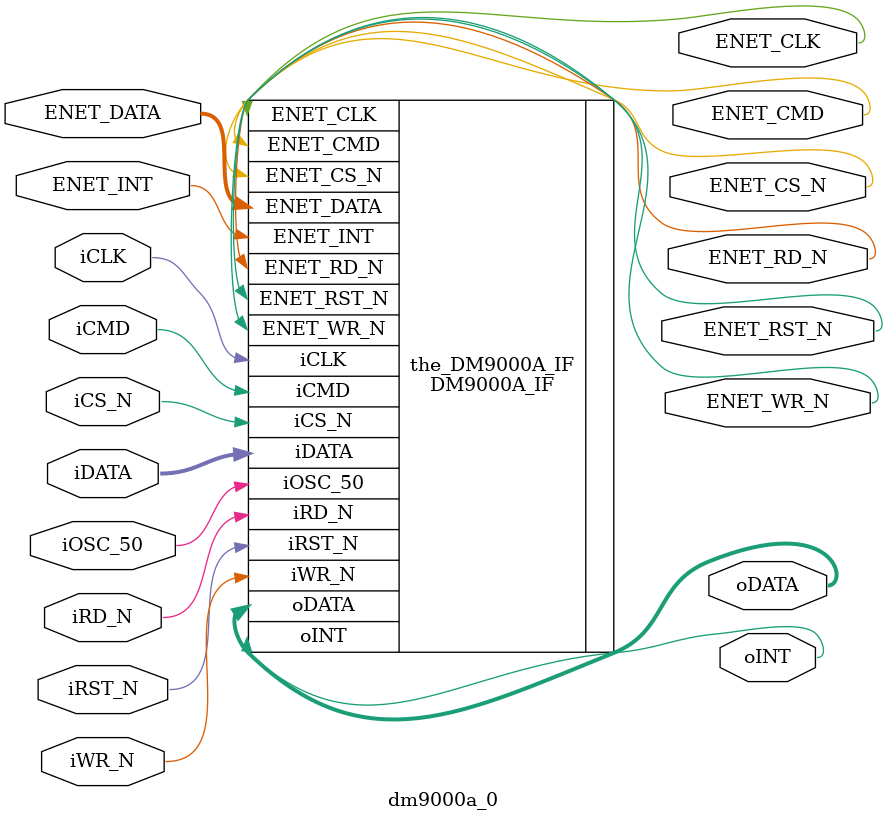
<source format=v>

`timescale 1ns / 1ps
// synthesis translate_on

// turn off superfluous verilog processor warnings 
// altera message_level Level1 
// altera message_off 10034 10035 10036 10037 10230 10240 10030 

module dm9000a_0 (
                   // inputs:
                    ENET_INT,
                    iCLK,
                    iCMD,
                    iCS_N,
                    iDATA,
                    iOSC_50,
                    iRD_N,
                    iRST_N,
                    iWR_N,

                   // outputs:
                    ENET_CLK,
                    ENET_CMD,
                    ENET_CS_N,
                    ENET_DATA,
                    ENET_RD_N,
                    ENET_RST_N,
                    ENET_WR_N,
                    oDATA,
                    oINT
                 )
;

  output           ENET_CLK;
  output           ENET_CMD;
  output           ENET_CS_N;
  inout   [ 15: 0] ENET_DATA;
  output           ENET_RD_N;
  output           ENET_RST_N;
  output           ENET_WR_N;
  output  [ 15: 0] oDATA;
  output           oINT;
  input            ENET_INT;
  input            iCLK;
  input            iCMD;
  input            iCS_N;
  input   [ 15: 0] iDATA;
  input            iOSC_50;
  input            iRD_N;
  input            iRST_N;
  input            iWR_N;

  wire             ENET_CLK;
  wire             ENET_CMD;
  wire             ENET_CS_N;
  wire    [ 15: 0] ENET_DATA;
  wire             ENET_RD_N;
  wire             ENET_RST_N;
  wire             ENET_WR_N;
  wire    [ 15: 0] oDATA;
  wire             oINT;
  DM9000A_IF the_DM9000A_IF
    (
      .ENET_CLK   (ENET_CLK),
      .ENET_CMD   (ENET_CMD),
      .ENET_CS_N  (ENET_CS_N),
      .ENET_DATA  (ENET_DATA),
      .ENET_INT   (ENET_INT),
      .ENET_RD_N  (ENET_RD_N),
      .ENET_RST_N (ENET_RST_N),
      .ENET_WR_N  (ENET_WR_N),
      .iCLK       (iCLK),
      .iCMD       (iCMD),
      .iCS_N      (iCS_N),
      .iDATA      (iDATA),
      .iOSC_50    (iOSC_50),
      .iRD_N      (iRD_N),
      .iRST_N     (iRST_N),
      .iWR_N      (iWR_N),
      .oDATA      (oDATA),
      .oINT       (oINT)
    );


endmodule


</source>
